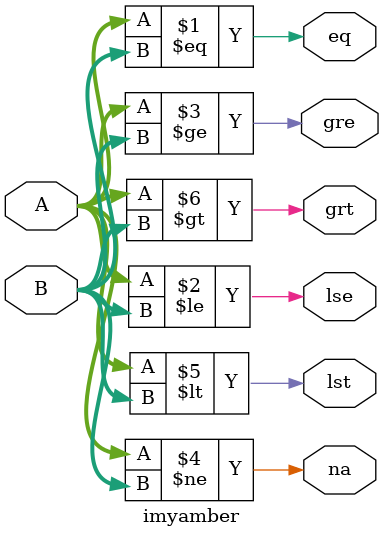
<source format=v>
module imyamber(
    input [15:0] A,
    input [15:0] B,
    output eq,lst,grt,na,lse,gre
);
assign eq=(A==B);
assign lse=(($signed(A))<=($signed(B)));
assign gre=(($signed(A))>=($signed(B)));
assign na=(A!=B);
assign lst=(($signed(A))<($signed(B)));
assign grt=(($signed(A))>($signed(B)));
endmodule

</source>
